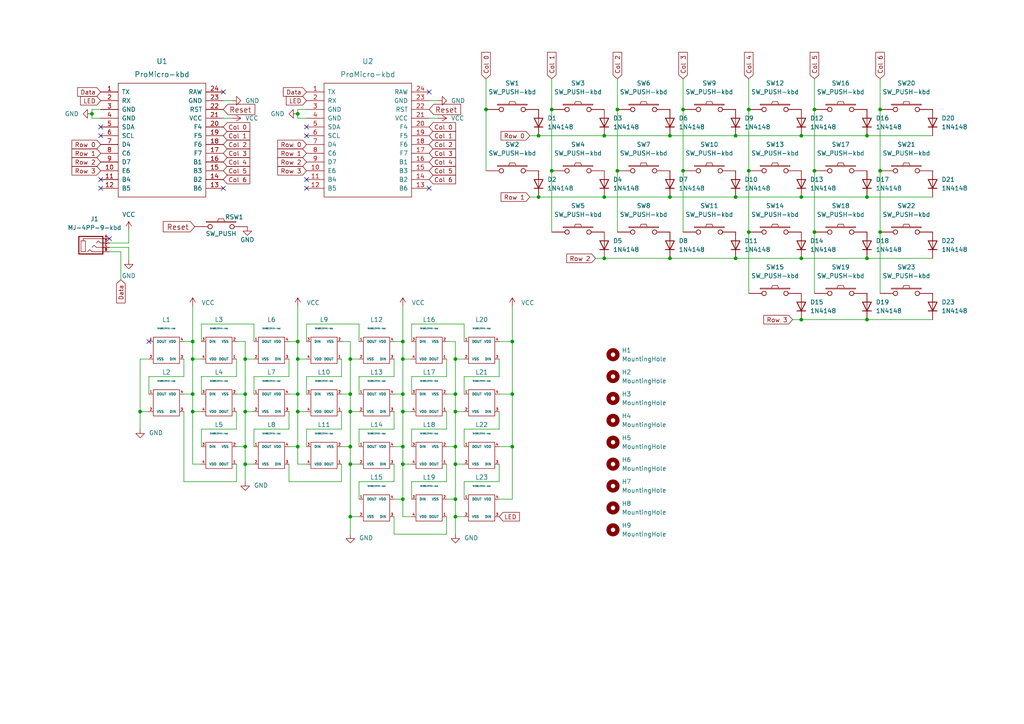
<source format=kicad_sch>
(kicad_sch (version 20211123) (generator eeschema)
  (paper "A4")
  (lib_symbols
    (symbol "Diode:1N4148" (pin_numbers hide) (pin_names (offset 1.016) hide)
      (property "Reference" "D" (at 0 2.54 0))
      (property "Value" "1N4148" (at 0 -2.54 0))
      (symbol "1N4148_1_1"
        (pin passive line (at -3.81 0 0) (length 2.54) (name "K") (number "1"))
        (pin passive line (at 3.81 0 180) (length 2.54) (name "A") (number "2"))
      )
    )
    (symbol "Keyboard:MJ-4PP-9-kbd" (pin_names (offset 1.016))
      (property "Reference" "J" (at 0 3.81 0))
      (property "Value" "MJ-4PP-9-kbd" (at 0 -3.81 0))
      (symbol "MJ-4PP-9-kbd_1_1"
        (pin input line (at 5.08 1.905 180) (length 2.0066) (name "~") (number "A"))
        (pin input line (at 5.08 -1.905 180) (length 2.0066) (name "~") (number "B"))
        (pin input line (at 5.08 -0.635 180) (length 2.0066) (name "~") (number "C"))
        (pin input line (at 5.08 0.635 180) (length 2.0066) (name "~") (number "D"))
      )
    )
    (symbol "Keyboard:ProMicro-kbd" (pin_names (offset 1.016))
      (property "Reference" "U" (at 0 24.13 0))
      (property "Value" "ProMicro-kbd" (at 0 -13.97 0))
      (symbol "ProMicro-kbd_1_1"
        (pin bidirectional line (at -17.78 19.05 0) (length 5.08) (name "TX") (number "1"))
        (pin bidirectional line (at -17.78 -3.81 0) (length 5.08) (name "E6") (number "10"))
        (pin bidirectional line (at -17.78 -6.35 0) (length 5.08) (name "B4") (number "11"))
        (pin bidirectional line (at -17.78 -8.89 0) (length 5.08) (name "B5") (number "12"))
        (pin bidirectional line (at 17.78 -8.89 180) (length 5.08) (name "B6") (number "13"))
        (pin bidirectional line (at 17.78 -6.35 180) (length 5.08) (name "B2") (number "14"))
        (pin bidirectional line (at 17.78 -3.81 180) (length 5.08) (name "B3") (number "15"))
        (pin bidirectional line (at 17.78 -1.27 180) (length 5.08) (name "B1") (number "16"))
        (pin bidirectional line (at 17.78 1.27 180) (length 5.08) (name "F7") (number "17"))
        (pin bidirectional line (at 17.78 3.81 180) (length 5.08) (name "F6") (number "18"))
        (pin bidirectional line (at 17.78 6.35 180) (length 5.08) (name "F5") (number "19"))
        (pin bidirectional line (at -17.78 16.51 0) (length 5.08) (name "RX") (number "2"))
        (pin bidirectional line (at 17.78 8.89 180) (length 5.08) (name "F4") (number "20"))
        (pin power_in line (at 17.78 11.43 180) (length 5.08) (name "VCC") (number "21"))
        (pin input line (at 17.78 13.97 180) (length 5.08) (name "RST") (number "22"))
        (pin power_in line (at 17.78 16.51 180) (length 5.08) (name "GND") (number "23"))
        (pin power_out line (at 17.78 19.05 180) (length 5.08) (name "RAW") (number "24"))
        (pin power_in line (at -17.78 13.97 0) (length 5.08) (name "GND") (number "3"))
        (pin power_in line (at -17.78 11.43 0) (length 5.08) (name "GND") (number "4"))
        (pin bidirectional line (at -17.78 8.89 0) (length 5.08) (name "SDA") (number "5"))
        (pin bidirectional line (at -17.78 6.35 0) (length 5.08) (name "SCL") (number "6"))
        (pin bidirectional line (at -17.78 3.81 0) (length 5.08) (name "D4") (number "7"))
        (pin bidirectional line (at -17.78 1.27 0) (length 5.08) (name "C6") (number "8"))
        (pin bidirectional line (at -17.78 -1.27 0) (length 5.08) (name "D7") (number "9"))
      )
    )
    (symbol "Keyboard:SK6812MINI-kbd" (pin_names (offset 1.016))
      (property "Reference" "L" (at 0 0 0))
      (property "Value" "SK6812MINI-kbd" (at 0 -1.27 0))
      (symbol "SK6812MINI-kbd_1_1"
        (pin output line (at -5.08 2.54 0) (length 1.1938) (name "DOUT") (number "1"))
        (pin power_in line (at -5.08 -2.54 0) (length 1.1938) (name "VSS") (number "2"))
        (pin input line (at 5.08 -2.54 180) (length 1.1938) (name "DIN") (number "3"))
        (pin power_in line (at 5.08 2.54 180) (length 1.1938) (name "VDD") (number "4"))
      )
    )
    (symbol "Keyboard:SW_PUSH-kbd" (pin_numbers hide) (pin_names (offset 1.016) hide)
      (property "Reference" "SW" (at 3.81 2.794 0))
      (property "Value" "SW_PUSH-kbd" (at 0 -2.032 0))
      (symbol "SW_PUSH-kbd_0_1"
        (pin passive inverted (at -7.62 0 0) (length 5.08) (name "1") (number "1"))
        (pin passive inverted (at 7.62 0 180) (length 5.08) (name "2") (number "2"))
      )
    )
    (symbol "Mechanical:MountingHole" (pin_names (offset 1.016))
      (property "Reference" "H" (at 0 5.08 0))
      (property "Value" "MountingHole" (at 0 3.175 0))
    )
    (symbol "kbd:SW_PUSH" (pin_numbers hide) (pin_names (offset 1.016) hide)
      (property "Reference" "SW" (at 3.81 2.794 0))
      (property "Value" "kbd_SW_PUSH" (at 0 -2.032 0))
      (symbol "SW_PUSH_0_1"
        (pin passive inverted (at -7.62 0 0) (length 5.08) (name "1") (number "1"))
        (pin passive inverted (at 7.62 0 180) (length 5.08) (name "2") (number "2"))
      )
    )
    (symbol "power:GND" (power) (pin_names (offset 0))
      (property "Value" "GND" (at 0 -3.81 0))
      (symbol "GND_1_1"
        (pin power_in line (at 0 0 270) (length 0) hide (name "GND") (number "1"))
      )
    )
    (symbol "power:VCC" (power) (pin_names (offset 0))
      (property "Value" "VCC" (at 0 3.81 0))
      (symbol "VCC_1_1"
        (pin power_in line (at 0 0 90) (length 0) hide (name "VCC") (number "1"))
      )
    )
  )
  (junction (at 217.17 67.31) (diameter 0.9144))
  (junction (at 251.46 92.71) (diameter 0.9144))
  (junction (at 160.02 31.75) (diameter 0.9144))
  (junction (at 213.36 39.37) (diameter 0.9144))
  (junction (at 86.36 129.54) (diameter 0.9144))
  (junction (at 71.12 119.38) (diameter 0.9144))
  (junction (at 86.36 114.3) (diameter 0.9144))
  (junction (at 132.08 119.38) (diameter 0.9144))
  (junction (at 55.88 99.06) (diameter 0.9144))
  (junction (at 71.12 129.54) (diameter 0.9144))
  (junction (at 86.36 104.14) (diameter 0.9144))
  (junction (at 116.84 119.38) (diameter 0.9144))
  (junction (at 116.84 144.78) (diameter 0.9144))
  (junction (at 255.27 67.31) (diameter 0.9144))
  (junction (at 217.17 49.53) (diameter 0.9144))
  (junction (at 101.6 104.14) (diameter 0.9144))
  (junction (at 101.6 149.86) (diameter 0.9144))
  (junction (at 198.12 49.53) (diameter 0.9144))
  (junction (at 251.46 39.37) (diameter 0.9144))
  (junction (at 194.31 39.37) (diameter 0.9144))
  (junction (at 179.07 31.75) (diameter 0.9144))
  (junction (at 156.21 39.37) (diameter 0.9144))
  (junction (at 116.84 129.54) (diameter 0.9144))
  (junction (at 55.88 104.14) (diameter 0.9144))
  (junction (at 213.36 57.15) (diameter 0.9144))
  (junction (at 101.6 119.38) (diameter 0.9144))
  (junction (at 148.59 114.3) (diameter 0.9144))
  (junction (at 236.22 67.31) (diameter 0.9144))
  (junction (at 236.22 31.75) (diameter 0.9144))
  (junction (at 132.08 149.86) (diameter 0.9144))
  (junction (at 198.12 31.75) (diameter 0.9144))
  (junction (at 175.26 74.93) (diameter 0.9144))
  (junction (at 255.27 49.53) (diameter 0.9144))
  (junction (at 175.26 57.15) (diameter 0.9144))
  (junction (at 71.12 114.3) (diameter 0.9144))
  (junction (at 40.64 119.38) (diameter 0.9144))
  (junction (at 116.84 114.3) (diameter 0.9144))
  (junction (at 148.59 99.06) (diameter 0.9144))
  (junction (at 116.84 99.06) (diameter 0.9144))
  (junction (at 148.59 129.54) (diameter 0.9144))
  (junction (at 132.08 129.54) (diameter 0.9144))
  (junction (at 86.36 33.02) (diameter 0.9144))
  (junction (at 71.12 104.14) (diameter 0.9144))
  (junction (at 194.31 74.93) (diameter 0.9144))
  (junction (at 251.46 57.15) (diameter 0.9144))
  (junction (at 116.84 104.14) (diameter 0.9144))
  (junction (at 132.08 114.3) (diameter 0.9144))
  (junction (at 86.36 99.06) (diameter 0.9144))
  (junction (at 101.6 114.3) (diameter 0.9144))
  (junction (at 132.08 104.14) (diameter 0.9144))
  (junction (at 232.41 57.15) (diameter 0.9144))
  (junction (at 101.6 134.62) (diameter 0.9144))
  (junction (at 232.41 92.71) (diameter 0.9144))
  (junction (at 160.02 49.53) (diameter 0.9144))
  (junction (at 101.6 129.54) (diameter 0.9144))
  (junction (at 26.67 33.02) (diameter 0.9144))
  (junction (at 194.31 57.15) (diameter 0.9144))
  (junction (at 236.22 49.53) (diameter 0.9144))
  (junction (at 251.46 74.93) (diameter 0.9144))
  (junction (at 179.07 49.53) (diameter 0.9144))
  (junction (at 132.08 144.78) (diameter 0.9144))
  (junction (at 232.41 74.93) (diameter 0.9144))
  (junction (at 116.84 134.62) (diameter 0.9144))
  (junction (at 255.27 31.75) (diameter 0.9144))
  (junction (at 140.97 31.75) (diameter 0.9144))
  (junction (at 213.36 74.93) (diameter 0.9144))
  (junction (at 71.12 134.62) (diameter 0.9144))
  (junction (at 132.08 134.62) (diameter 0.9144))
  (junction (at 156.21 57.15) (diameter 0.9144))
  (junction (at 175.26 39.37) (diameter 0.9144))
  (junction (at 232.41 39.37) (diameter 0.9144))
  (junction (at 217.17 31.75) (diameter 0.9144))
  (junction (at 55.88 114.3) (diameter 0.9144))
  (junction (at 55.88 119.38) (diameter 0.9144))
  (junction (at 86.36 119.38) (diameter 0.9144))
  (no_connect (at 43.18 99.06))
  (no_connect (at 88.9 54.61))
  (no_connect (at 88.9 36.83))
  (no_connect (at 31.75 69.215))
  (no_connect (at 124.46 54.61))
  (no_connect (at 124.46 26.67))
  (no_connect (at 88.9 52.07))
  (no_connect (at 29.21 36.83))
  (no_connect (at 29.21 39.37))
  (no_connect (at 64.77 26.67))
  (no_connect (at 64.77 54.61))
  (no_connect (at 88.9 39.37))
  (no_connect (at 29.21 52.07))
  (no_connect (at 29.21 54.61))
  (wire (pts (xy 140.97 22.86) (xy 140.97 31.75)))
  (wire (pts (xy 37.338 75.438) (xy 37.338 71.755)))
  (wire (pts (xy 99.06 114.3) (xy 101.6 114.3)))
  (wire (pts (xy 86.36 34.29) (xy 86.36 33.02)))
  (wire (pts (xy 101.6 99.06) (xy 101.6 104.14)))
  (wire (pts (xy 101.6 104.14) (xy 101.6 114.3)))
  (wire (pts (xy 101.6 114.3) (xy 101.6 119.38)))
  (wire (pts (xy 101.6 119.38) (xy 101.6 129.54)))
  (wire (pts (xy 101.6 129.54) (xy 101.6 134.62)))
  (wire (pts (xy 101.6 134.62) (xy 101.6 149.86)))
  (wire (pts (xy 101.6 149.86) (xy 101.6 154.94)))
  (wire (pts (xy 236.22 49.53) (xy 236.22 67.31)))
  (wire (pts (xy 43.18 109.22) (xy 53.34 109.22)))
  (wire (pts (xy 43.18 114.3) (xy 43.18 109.22)))
  (wire (pts (xy 53.34 104.14) (xy 53.34 109.22)))
  (wire (pts (xy 64.77 29.21) (xy 67.31 29.21)))
  (wire (pts (xy 88.9 34.29) (xy 86.36 34.29)))
  (wire (pts (xy 53.34 139.7) (xy 53.34 119.38)))
  (wire (pts (xy 68.58 134.62) (xy 68.58 139.7)))
  (wire (pts (xy 68.58 139.7) (xy 53.34 139.7)))
  (wire (pts (xy 144.78 99.06) (xy 148.59 99.06)))
  (wire (pts (xy 101.6 149.86) (xy 104.14 149.86)))
  (wire (pts (xy 114.3 144.78) (xy 116.84 144.78)))
  (wire (pts (xy 26.67 31.75) (xy 29.21 31.75)))
  (wire (pts (xy 26.67 33.02) (xy 26.67 31.75)))
  (wire (pts (xy 26.67 34.29) (xy 26.67 33.02)))
  (wire (pts (xy 29.21 34.29) (xy 26.67 34.29)))
  (wire (pts (xy 179.07 31.75) (xy 179.07 49.53)))
  (wire (pts (xy 153.67 39.37) (xy 156.21 39.37)))
  (wire (pts (xy 73.66 109.22) (xy 83.82 109.22)))
  (wire (pts (xy 73.66 114.3) (xy 73.66 109.22)))
  (wire (pts (xy 83.82 109.22) (xy 83.82 104.14)))
  (wire (pts (xy 116.84 104.14) (xy 119.38 104.14)))
  (wire (pts (xy 194.31 57.15) (xy 213.36 57.15)))
  (wire (pts (xy 160.02 22.86) (xy 160.02 31.75)))
  (wire (pts (xy 144.78 129.54) (xy 148.59 129.54)))
  (wire (pts (xy 229.87 92.71) (xy 232.41 92.71)))
  (wire (pts (xy 83.82 114.3) (xy 86.36 114.3)))
  (wire (pts (xy 119.38 139.7) (xy 119.38 144.78)))
  (wire (pts (xy 129.54 134.62) (xy 129.54 139.7)))
  (wire (pts (xy 129.54 139.7) (xy 119.38 139.7)))
  (wire (pts (xy 194.31 74.93) (xy 213.36 74.93)))
  (wire (pts (xy 40.64 104.14) (xy 40.64 119.38)))
  (wire (pts (xy 40.64 119.38) (xy 40.64 124.46)))
  (wire (pts (xy 43.18 104.14) (xy 40.64 104.14)))
  (wire (pts (xy 255.27 49.53) (xy 255.27 67.31)))
  (wire (pts (xy 213.36 74.93) (xy 232.41 74.93)))
  (wire (pts (xy 37.338 66.802) (xy 37.338 70.485)))
  (wire (pts (xy 114.3 114.3) (xy 116.84 114.3)))
  (wire (pts (xy 232.41 92.71) (xy 251.46 92.71)))
  (wire (pts (xy 236.22 67.31) (xy 236.22 85.09)))
  (wire (pts (xy 86.36 31.75) (xy 88.9 31.75)))
  (wire (pts (xy 55.88 119.38) (xy 55.88 134.62)))
  (wire (pts (xy 31.75 70.485) (xy 37.338 70.485)))
  (wire (pts (xy 144.78 144.78) (xy 148.59 144.78)))
  (wire (pts (xy 148.59 88.9) (xy 148.59 99.06)))
  (wire (pts (xy 148.59 99.06) (xy 148.59 114.3)))
  (wire (pts (xy 148.59 114.3) (xy 148.59 129.54)))
  (wire (pts (xy 148.59 129.54) (xy 148.59 144.78)))
  (wire (pts (xy 86.36 88.9) (xy 86.36 99.06)))
  (wire (pts (xy 86.36 99.06) (xy 86.36 104.14)))
  (wire (pts (xy 86.36 104.14) (xy 86.36 114.3)))
  (wire (pts (xy 86.36 114.3) (xy 86.36 119.38)))
  (wire (pts (xy 86.36 119.38) (xy 86.36 129.54)))
  (wire (pts (xy 86.36 129.54) (xy 86.36 134.62)))
  (wire (pts (xy 88.9 134.62) (xy 86.36 134.62)))
  (wire (pts (xy 175.26 57.15) (xy 194.31 57.15)))
  (wire (pts (xy 40.64 119.38) (xy 43.18 119.38)))
  (wire (pts (xy 129.54 114.3) (xy 132.08 114.3)))
  (wire (pts (xy 104.14 109.22) (xy 114.3 109.22)))
  (wire (pts (xy 104.14 114.3) (xy 104.14 109.22)))
  (wire (pts (xy 114.3 109.22) (xy 114.3 104.14)))
  (wire (pts (xy 119.38 93.98) (xy 119.38 99.06)))
  (wire (pts (xy 134.62 93.98) (xy 119.38 93.98)))
  (wire (pts (xy 134.62 99.06) (xy 134.62 93.98)))
  (wire (pts (xy 86.36 104.14) (xy 88.9 104.14)))
  (wire (pts (xy 88.9 124.46) (xy 88.9 129.54)))
  (wire (pts (xy 99.06 119.38) (xy 99.06 124.46)))
  (wire (pts (xy 99.06 124.46) (xy 88.9 124.46)))
  (wire (pts (xy 114.3 99.06) (xy 116.84 99.06)))
  (wire (pts (xy 58.42 109.22) (xy 58.42 114.3)))
  (wire (pts (xy 68.58 104.14) (xy 68.58 109.22)))
  (wire (pts (xy 68.58 109.22) (xy 58.42 109.22)))
  (wire (pts (xy 236.22 31.75) (xy 236.22 49.53)))
  (wire (pts (xy 217.17 67.31) (xy 217.17 85.09)))
  (wire (pts (xy 71.12 119.38) (xy 73.66 119.38)))
  (wire (pts (xy 251.46 74.93) (xy 270.51 74.93)))
  (wire (pts (xy 104.14 139.7) (xy 114.3 139.7)))
  (wire (pts (xy 104.14 144.78) (xy 104.14 139.7)))
  (wire (pts (xy 114.3 139.7) (xy 114.3 134.62)))
  (wire (pts (xy 83.82 139.7) (xy 83.82 134.62)))
  (wire (pts (xy 99.06 134.62) (xy 99.06 139.7)))
  (wire (pts (xy 99.06 139.7) (xy 83.82 139.7)))
  (wire (pts (xy 68.58 129.54) (xy 71.12 129.54)))
  (wire (pts (xy 55.88 134.62) (xy 58.42 134.62)))
  (wire (pts (xy 134.62 109.22) (xy 144.78 109.22)))
  (wire (pts (xy 134.62 114.3) (xy 134.62 109.22)))
  (wire (pts (xy 144.78 109.22) (xy 144.78 104.14)))
  (wire (pts (xy 217.17 31.75) (xy 217.17 49.53)))
  (wire (pts (xy 232.41 74.93) (xy 251.46 74.93)))
  (wire (pts (xy 129.54 144.78) (xy 132.08 144.78)))
  (wire (pts (xy 213.36 57.15) (xy 232.41 57.15)))
  (wire (pts (xy 160.02 49.53) (xy 160.02 67.31)))
  (wire (pts (xy 31.75 73.025) (xy 35.052 73.025)))
  (wire (pts (xy 35.052 73.025) (xy 35.052 81.153)))
  (wire (pts (xy 101.6 119.38) (xy 104.14 119.38)))
  (wire (pts (xy 86.36 119.38) (xy 88.9 119.38)))
  (wire (pts (xy 116.84 88.9) (xy 116.84 99.06)))
  (wire (pts (xy 116.84 99.06) (xy 116.84 104.14)))
  (wire (pts (xy 116.84 104.14) (xy 116.84 114.3)))
  (wire (pts (xy 116.84 114.3) (xy 116.84 119.38)))
  (wire (pts (xy 116.84 119.38) (xy 116.84 129.54)))
  (wire (pts (xy 116.84 129.54) (xy 116.84 134.62)))
  (wire (pts (xy 116.84 134.62) (xy 116.84 144.78)))
  (wire (pts (xy 116.84 144.78) (xy 116.84 149.86)))
  (wire (pts (xy 119.38 149.86) (xy 116.84 149.86)))
  (wire (pts (xy 156.21 39.37) (xy 175.26 39.37)))
  (wire (pts (xy 116.84 134.62) (xy 119.38 134.62)))
  (wire (pts (xy 71.12 104.14) (xy 73.66 104.14)))
  (wire (pts (xy 88.9 93.98) (xy 88.9 99.06)))
  (wire (pts (xy 104.14 93.98) (xy 88.9 93.98)))
  (wire (pts (xy 104.14 99.06) (xy 104.14 93.98)))
  (wire (pts (xy 198.12 31.75) (xy 198.12 49.53)))
  (wire (pts (xy 198.12 49.53) (xy 198.12 67.31)))
  (wire (pts (xy 251.46 57.15) (xy 270.51 57.15)))
  (wire (pts (xy 129.54 129.54) (xy 132.08 129.54)))
  (wire (pts (xy 179.07 49.53) (xy 179.07 67.31)))
  (wire (pts (xy 55.88 88.9) (xy 55.88 99.06)))
  (wire (pts (xy 55.88 99.06) (xy 55.88 104.14)))
  (wire (pts (xy 55.88 104.14) (xy 55.88 114.3)))
  (wire (pts (xy 55.88 114.3) (xy 55.88 119.38)))
  (wire (pts (xy 58.42 119.38) (xy 55.88 119.38)))
  (wire (pts (xy 114.3 154.94) (xy 114.3 149.86)))
  (wire (pts (xy 129.54 149.86) (xy 129.54 154.94)))
  (wire (pts (xy 129.54 154.94) (xy 114.3 154.94)))
  (wire (pts (xy 124.46 34.29) (xy 127 34.29)))
  (wire (pts (xy 99.06 99.06) (xy 101.6 99.06)))
  (wire (pts (xy 124.46 29.21) (xy 127 29.21)))
  (wire (pts (xy 236.22 22.86) (xy 236.22 31.75)))
  (wire (pts (xy 172.72 74.93) (xy 175.26 74.93)))
  (wire (pts (xy 31.75 71.755) (xy 37.338 71.755)))
  (wire (pts (xy 86.36 33.02) (xy 86.36 31.75)))
  (wire (pts (xy 132.08 149.86) (xy 134.62 149.86)))
  (wire (pts (xy 251.46 39.37) (xy 270.51 39.37)))
  (wire (pts (xy 83.82 99.06) (xy 86.36 99.06)))
  (wire (pts (xy 83.82 129.54) (xy 86.36 129.54)))
  (wire (pts (xy 255.27 22.86) (xy 255.27 31.75)))
  (wire (pts (xy 255.27 31.75) (xy 255.27 49.53)))
  (wire (pts (xy 116.84 119.38) (xy 119.38 119.38)))
  (wire (pts (xy 217.17 49.53) (xy 217.17 67.31)))
  (wire (pts (xy 55.88 104.14) (xy 58.42 104.14)))
  (wire (pts (xy 58.42 93.98) (xy 58.42 99.06)))
  (wire (pts (xy 73.66 93.98) (xy 58.42 93.98)))
  (wire (pts (xy 73.66 99.06) (xy 73.66 93.98)))
  (wire (pts (xy 119.38 124.46) (xy 119.38 129.54)))
  (wire (pts (xy 129.54 119.38) (xy 129.54 124.46)))
  (wire (pts (xy 129.54 124.46) (xy 119.38 124.46)))
  (wire (pts (xy 101.6 104.14) (xy 104.14 104.14)))
  (wire (pts (xy 140.97 31.75) (xy 140.97 49.53)))
  (wire (pts (xy 58.42 124.46) (xy 58.42 129.54)))
  (wire (pts (xy 68.58 119.38) (xy 68.58 124.46)))
  (wire (pts (xy 68.58 124.46) (xy 58.42 124.46)))
  (wire (pts (xy 175.26 39.37) (xy 194.31 39.37)))
  (wire (pts (xy 129.54 99.06) (xy 132.08 99.06)))
  (wire (pts (xy 132.08 99.06) (xy 132.08 104.14)))
  (wire (pts (xy 132.08 104.14) (xy 132.08 114.3)))
  (wire (pts (xy 132.08 114.3) (xy 132.08 119.38)))
  (wire (pts (xy 132.08 119.38) (xy 132.08 129.54)))
  (wire (pts (xy 132.08 129.54) (xy 132.08 134.62)))
  (wire (pts (xy 132.08 134.62) (xy 132.08 144.78)))
  (wire (pts (xy 132.08 144.78) (xy 132.08 149.86)))
  (wire (pts (xy 132.08 149.86) (xy 132.08 154.94)))
  (wire (pts (xy 132.08 104.14) (xy 134.62 104.14)))
  (wire (pts (xy 114.3 129.54) (xy 116.84 129.54)))
  (wire (pts (xy 217.17 22.86) (xy 217.17 31.75)))
  (wire (pts (xy 132.08 119.38) (xy 134.62 119.38)))
  (wire (pts (xy 134.62 124.46) (xy 144.78 124.46)))
  (wire (pts (xy 134.62 129.54) (xy 134.62 124.46)))
  (wire (pts (xy 144.78 124.46) (xy 144.78 119.38)))
  (wire (pts (xy 251.46 92.71) (xy 270.51 92.71)))
  (wire (pts (xy 132.08 134.62) (xy 134.62 134.62)))
  (wire (pts (xy 160.02 31.75) (xy 160.02 49.53)))
  (wire (pts (xy 153.67 57.15) (xy 156.21 57.15)))
  (wire (pts (xy 134.62 139.7) (xy 144.78 139.7)))
  (wire (pts (xy 134.62 144.78) (xy 134.62 139.7)))
  (wire (pts (xy 144.78 139.7) (xy 144.78 134.62)))
  (wire (pts (xy 232.41 39.37) (xy 251.46 39.37)))
  (wire (pts (xy 53.34 114.3) (xy 55.88 114.3)))
  (wire (pts (xy 53.34 99.06) (xy 55.88 99.06)))
  (wire (pts (xy 73.66 124.46) (xy 83.82 124.46)))
  (wire (pts (xy 73.66 129.54) (xy 73.66 124.46)))
  (wire (pts (xy 83.82 124.46) (xy 83.82 119.38)))
  (wire (pts (xy 71.12 134.62) (xy 73.66 134.62)))
  (wire (pts (xy 119.38 109.22) (xy 119.38 114.3)))
  (wire (pts (xy 129.54 104.14) (xy 129.54 109.22)))
  (wire (pts (xy 129.54 109.22) (xy 119.38 109.22)))
  (wire (pts (xy 68.58 99.06) (xy 71.12 99.06)))
  (wire (pts (xy 71.12 99.06) (xy 71.12 104.14)))
  (wire (pts (xy 71.12 104.14) (xy 71.12 114.3)))
  (wire (pts (xy 71.12 114.3) (xy 71.12 119.38)))
  (wire (pts (xy 71.12 119.38) (xy 71.12 129.54)))
  (wire (pts (xy 71.12 129.54) (xy 71.12 134.62)))
  (wire (pts (xy 71.12 134.62) (xy 71.12 139.7)))
  (wire (pts (xy 232.41 57.15) (xy 251.46 57.15)))
  (wire (pts (xy 88.9 109.22) (xy 88.9 114.3)))
  (wire (pts (xy 99.06 104.14) (xy 99.06 109.22)))
  (wire (pts (xy 99.06 109.22) (xy 88.9 109.22)))
  (wire (pts (xy 194.31 39.37) (xy 213.36 39.37)))
  (wire (pts (xy 64.77 34.29) (xy 67.31 34.29)))
  (wire (pts (xy 68.58 114.3) (xy 71.12 114.3)))
  (wire (pts (xy 255.27 67.31) (xy 255.27 85.09)))
  (wire (pts (xy 144.78 114.3) (xy 148.59 114.3)))
  (wire (pts (xy 99.06 129.54) (xy 101.6 129.54)))
  (wire (pts (xy 179.07 22.86) (xy 179.07 31.75)))
  (wire (pts (xy 198.12 22.86) (xy 198.12 31.75)))
  (wire (pts (xy 156.21 57.15) (xy 175.26 57.15)))
  (wire (pts (xy 213.36 39.37) (xy 232.41 39.37)))
  (wire (pts (xy 104.14 124.46) (xy 114.3 124.46)))
  (wire (pts (xy 104.14 129.54) (xy 104.14 124.46)))
  (wire (pts (xy 114.3 124.46) (xy 114.3 119.38)))
  (wire (pts (xy 101.6 134.62) (xy 104.14 134.62)))
  (wire (pts (xy 175.26 74.93) (xy 194.31 74.93)))
  (global_label "LED" (shape input) (at 144.78 149.86 0) (property "Intersheet References" "${INTERSHEET_REFS}" (effects hide)))
  (global_label "Reset" (shape input) (at 56.4976 65.7478 180) (effects (font (size 1.524 1.524))) (property "Intersheet References" "${INTERSHEET_REFS}" (effects hide)))
  (global_label "Reset" (shape input) (at 64.77 31.75 0) (effects (font (size 1.524 1.524))) (property "Intersheet References" "${INTERSHEET_REFS}" (effects hide)))
  (global_label "Data" (shape input) (at 29.21 26.67 180) (property "Intersheet References" "${INTERSHEET_REFS}" (effects hide)))
  (global_label "Row 2" (shape input) (at 88.9 46.99 180) (property "Intersheet References" "${INTERSHEET_REFS}" (effects hide)))
  (global_label "Col 1" (shape input) (at 160.02 22.86 90) (property "Intersheet References" "${INTERSHEET_REFS}" (effects hide)))
  (global_label "Col 6" (shape input) (at 64.77 52.07 0) (property "Intersheet References" "${INTERSHEET_REFS}" (effects hide)))
  (global_label "Col 0" (shape input) (at 124.46 36.83 0) (property "Intersheet References" "${INTERSHEET_REFS}" (effects hide)))
  (global_label "Col 5" (shape input) (at 124.46 49.53 0) (property "Intersheet References" "${INTERSHEET_REFS}" (effects hide)))
  (global_label "Reset" (shape input) (at 124.46 31.75 0) (effects (font (size 1.524 1.524))) (property "Intersheet References" "${INTERSHEET_REFS}" (effects hide)))
  (global_label "Col 2" (shape input) (at 124.46 41.91 0) (property "Intersheet References" "${INTERSHEET_REFS}" (effects hide)))
  (global_label "LED" (shape input) (at 29.21 29.21 180) (property "Intersheet References" "${INTERSHEET_REFS}" (effects hide)))
  (global_label "Row 1" (shape input) (at 29.21 44.45 180) (property "Intersheet References" "${INTERSHEET_REFS}" (effects hide)))
  (global_label "Col 1" (shape input) (at 64.77 39.37 0) (property "Intersheet References" "${INTERSHEET_REFS}" (effects hide)))
  (global_label "Col 0" (shape input) (at 64.77 36.83 0) (property "Intersheet References" "${INTERSHEET_REFS}" (effects hide)))
  (global_label "Col 2" (shape input) (at 179.07 22.86 90) (property "Intersheet References" "${INTERSHEET_REFS}" (effects hide)))
  (global_label "Data" (shape input) (at 35.052 81.153 270) (property "Intersheet References" "${INTERSHEET_REFS}" (effects hide)))
  (global_label "Data" (shape input) (at 88.9 26.67 180) (property "Intersheet References" "${INTERSHEET_REFS}" (effects hide)))
  (global_label "Col 5" (shape input) (at 64.77 49.53 0) (property "Intersheet References" "${INTERSHEET_REFS}" (effects hide)))
  (global_label "Row 3" (shape input) (at 88.9 49.53 180) (property "Intersheet References" "${INTERSHEET_REFS}" (effects hide)))
  (global_label "Row 2" (shape input) (at 172.72 74.93 180) (property "Intersheet References" "${INTERSHEET_REFS}" (effects hide)))
  (global_label "Col 6" (shape input) (at 255.27 22.86 90) (property "Intersheet References" "${INTERSHEET_REFS}" (effects hide)))
  (global_label "Row 1" (shape input) (at 153.67 57.15 180) (property "Intersheet References" "${INTERSHEET_REFS}" (effects hide)))
  (global_label "LED" (shape input) (at 88.9 29.21 180) (property "Intersheet References" "${INTERSHEET_REFS}" (effects hide)))
  (global_label "Row 0" (shape input) (at 153.67 39.37 180) (property "Intersheet References" "${INTERSHEET_REFS}" (effects hide)))
  (global_label "Col 3" (shape input) (at 124.46 44.45 0) (property "Intersheet References" "${INTERSHEET_REFS}" (effects hide)))
  (global_label "Row 0" (shape input) (at 29.21 41.91 180) (property "Intersheet References" "${INTERSHEET_REFS}" (effects hide)))
  (global_label "Col 4" (shape input) (at 217.17 22.86 90) (property "Intersheet References" "${INTERSHEET_REFS}" (effects hide)))
  (global_label "Col 3" (shape input) (at 64.77 44.45 0) (property "Intersheet References" "${INTERSHEET_REFS}" (effects hide)))
  (global_label "Col 1" (shape input) (at 124.46 39.37 0) (property "Intersheet References" "${INTERSHEET_REFS}" (effects hide)))
  (global_label "Col 5" (shape input) (at 236.22 22.86 90) (property "Intersheet References" "${INTERSHEET_REFS}" (effects hide)))
  (global_label "Col 4" (shape input) (at 124.46 46.99 0) (property "Intersheet References" "${INTERSHEET_REFS}" (effects hide)))
  (global_label "Row 1" (shape input) (at 88.9 44.45 180) (property "Intersheet References" "${INTERSHEET_REFS}" (effects hide)))
  (global_label "Row 0" (shape input) (at 88.9 41.91 180) (property "Intersheet References" "${INTERSHEET_REFS}" (effects hide)))
  (global_label "Col 6" (shape input) (at 124.46 52.07 0) (property "Intersheet References" "${INTERSHEET_REFS}" (effects hide)))
  (global_label "Col 0" (shape input) (at 140.97 22.86 90) (property "Intersheet References" "${INTERSHEET_REFS}" (effects hide)))
  (global_label "Col 3" (shape input) (at 198.12 22.86 90) (property "Intersheet References" "${INTERSHEET_REFS}" (effects hide)))
  (global_label "Row 3" (shape input) (at 29.21 49.53 180) (property "Intersheet References" "${INTERSHEET_REFS}" (effects hide)))
  (global_label "Row 3" (shape input) (at 229.87 92.71 180) (property "Intersheet References" "${INTERSHEET_REFS}" (effects hide)))
  (global_label "Col 2" (shape input) (at 64.77 41.91 0) (property "Intersheet References" "${INTERSHEET_REFS}" (effects hide)))
  (global_label "Row 2" (shape input) (at 29.21 46.99 180) (property "Intersheet References" "${INTERSHEET_REFS}" (effects hide)))
  (global_label "Col 4" (shape input) (at 64.77 46.99 0) (property "Intersheet References" "${INTERSHEET_REFS}" (effects hide)))
  (symbol (lib_id "Diode:1N4148") (at 251.46 53.34 90) (unit 1)
    (property "Reference" "D17" (at 254 52.0699 90) (effects (justify right)))
    (property "Value" "1N4148" (at 254 54.6099 90) (effects (justify right)))
    (property "Footprint" "kbd:D3_TH_SMD" (effects hide))
    (property "Datasheet" "https://assets.nexperia.com/documents/data-sheet/1N4148_1N4448.pdf" (effects hide))
  )
  (symbol (lib_id "Diode:1N4148") (at 175.26 71.12 90) (unit 1)
    (property "Reference" "D5" (at 177.8 69.8499 90) (effects (justify right)))
    (property "Value" "1N4148" (at 177.8 72.3899 90) (effects (justify right)))
    (property "Footprint" "kbd:D3_TH_SMD" (effects hide))
    (property "Datasheet" "https://assets.nexperia.com/documents/data-sheet/1N4148_1N4448.pdf" (effects hide))
  )
  (symbol (lib_id "Mechanical:MountingHole") (at 177.8 134.62 0) (unit 1)
    (property "Reference" "H6" (at 180.34 133.3499 0) (effects (justify left)))
    (property "Value" "MountingHole" (at 180.34 135.8899 0) (effects (justify left)))
    (property "Footprint" "kbd:M2_Hole_TH_Outside" (effects hide))
  )
  (symbol (lib_id "Keyboard:SK6812MINI-kbd") (at 109.22 101.6 0) (unit 1)
    (property "Reference" "L12" (at 109.22 92.71 0) (effects (font (size 1.2954 1.2954))))
    (property "Value" "SK6812MINI-kbd" (at 109.22 95.25 0) (effects (font (size 0.4064 0.4064))))
    (property "Footprint" "kbd:SK6812MINI_rev" (effects hide))
  )
  (symbol (lib_id "Keyboard:SK6812MINI-kbd") (at 63.5 101.6 180) (unit 1)
    (property "Reference" "L3" (at 63.5 92.71 0) (effects (font (size 1.2954 1.2954))))
    (property "Value" "SK6812MINI-kbd" (at 63.5 95.25 0) (effects (font (size 0.4064 0.4064))))
    (property "Footprint" "kbd:SK6812MINI_rev" (effects hide))
  )
  (symbol (lib_id "Keyboard:SW_PUSH-kbd") (at 243.84 49.53 0) (unit 1)
    (property "Reference" "SW17" (at 243.84 41.91 0))
    (property "Value" "SW_PUSH-kbd" (at 243.84 44.45 0))
    (property "Footprint" "kbd:MX_ALPS_PG1350_noLed" (effects hide))
  )
  (symbol (lib_id "Keyboard:SK6812MINI-kbd") (at 63.5 132.08 180) (unit 1)
    (property "Reference" "L5" (at 63.5 123.19 0) (effects (font (size 1.2954 1.2954))))
    (property "Value" "SK6812MINI-kbd" (at 63.5 125.73 0) (effects (font (size 0.4064 0.4064))))
    (property "Footprint" "kbd:SK6812MINI_rev" (effects hide))
  )
  (symbol (lib_id "Keyboard:SK6812MINI-kbd") (at 109.22 132.08 0) (unit 1)
    (property "Reference" "L14" (at 109.22 123.19 0) (effects (font (size 1.2954 1.2954))))
    (property "Value" "SK6812MINI-kbd" (at 109.22 125.73 0) (effects (font (size 0.4064 0.4064))))
    (property "Footprint" "kbd:SK6812MINI_rev" (effects hide))
  )
  (symbol (lib_id "Keyboard:SW_PUSH-kbd") (at 224.79 31.75 0) (unit 1)
    (property "Reference" "SW12" (at 224.79 24.13 0))
    (property "Value" "SW_PUSH-kbd" (at 224.79 26.67 0))
    (property "Footprint" "kbd:MX_ALPS_PG1350_noLed" (effects hide))
  )
  (symbol (lib_id "power:VCC") (at 116.84 88.9 0) (unit 1)
    (property "Reference" "#PWR0110" (effects hide))
    (property "Value" "VCC" (at 119.38 87.8204 0) (effects (justify left)))
  )
  (symbol (lib_id "Keyboard:SW_PUSH-kbd") (at 167.64 31.75 0) (unit 1)
    (property "Reference" "SW3" (at 167.64 24.13 0))
    (property "Value" "SW_PUSH-kbd" (at 167.64 26.67 0))
    (property "Footprint" "kbd:MX_ALPS_PG1350_noLed" (effects hide))
  )
  (symbol (lib_id "power:GND") (at 132.08 154.94 0) (unit 1)
    (property "Reference" "#PWR0115" (effects hide))
    (property "Value" "GND" (at 134.62 156.0194 0) (effects (justify left)))
  )
  (symbol (lib_id "Diode:1N4148") (at 194.31 35.56 90) (unit 1)
    (property "Reference" "D6" (at 196.85 34.2899 90) (effects (justify right)))
    (property "Value" "1N4148" (at 196.85 36.8299 90) (effects (justify right)))
    (property "Footprint" "kbd:D3_TH_SMD" (effects hide))
    (property "Datasheet" "https://assets.nexperia.com/documents/data-sheet/1N4148_1N4448.pdf" (effects hide))
  )
  (symbol (lib_id "power:GND") (at 86.36 33.02 270) (unit 1)
    (property "Reference" "#PWR0117" (effects hide))
    (property "Value" "GND" (at 82.55 33.0199 90) (effects (justify right)))
  )
  (symbol (lib_id "Keyboard:SW_PUSH-kbd") (at 262.89 67.31 0) (unit 1)
    (property "Reference" "SW22" (at 262.89 59.69 0))
    (property "Value" "SW_PUSH-kbd" (at 262.89 62.23 0))
    (property "Footprint" "kbd:MX_ALPS_PG1350_noLed" (effects hide))
  )
  (symbol (lib_id "Mechanical:MountingHole") (at 177.8 147.32 0) (unit 1)
    (property "Reference" "H8" (at 180.34 146.0499 0) (effects (justify left)))
    (property "Value" "MountingHole" (at 180.34 148.5899 0) (effects (justify left)))
    (property "Footprint" "kbd:M2_Hole_TH_Outside" (effects hide))
  )
  (symbol (lib_id "Mechanical:MountingHole") (at 177.8 128.27 0) (unit 1)
    (property "Reference" "H5" (at 180.34 126.9999 0) (effects (justify left)))
    (property "Value" "MountingHole" (at 180.34 129.5399 0) (effects (justify left)))
    (property "Footprint" "kbd:M2_Hole_TH_Outside" (effects hide))
  )
  (symbol (lib_id "Keyboard:SW_PUSH-kbd") (at 224.79 49.53 0) (unit 1)
    (property "Reference" "SW13" (at 224.79 41.91 0))
    (property "Value" "SW_PUSH-kbd" (at 224.79 44.45 0))
    (property "Footprint" "kbd:MX_ALPS_PG1350_noLed" (effects hide))
  )
  (symbol (lib_id "Diode:1N4148") (at 156.21 53.34 90) (unit 1)
    (property "Reference" "D2" (at 158.75 52.0699 90) (effects (justify right)))
    (property "Value" "1N4148" (at 158.75 54.6099 90) (effects (justify right)))
    (property "Footprint" "kbd:D3_TH_SMD" (effects hide))
    (property "Datasheet" "https://assets.nexperia.com/documents/data-sheet/1N4148_1N4448.pdf" (effects hide))
  )
  (symbol (lib_id "Diode:1N4148") (at 194.31 71.12 90) (unit 1)
    (property "Reference" "D8" (at 196.85 69.8499 90) (effects (justify right)))
    (property "Value" "1N4148" (at 196.85 72.3899 90) (effects (justify right)))
    (property "Footprint" "kbd:D3_TH_SMD" (effects hide))
    (property "Datasheet" "https://assets.nexperia.com/documents/data-sheet/1N4148_1N4448.pdf" (effects hide))
  )
  (symbol (lib_id "Keyboard:SK6812MINI-kbd") (at 139.7 101.6 0) (unit 1)
    (property "Reference" "L20" (at 139.7 92.71 0) (effects (font (size 1.2954 1.2954))))
    (property "Value" "SK6812MINI-kbd" (at 139.7 95.25 0) (effects (font (size 0.4064 0.4064))))
    (property "Footprint" "kbd:SK6812MINI_rev" (effects hide))
  )
  (symbol (lib_id "power:GND") (at 26.67 33.02 270) (unit 1)
    (property "Reference" "#PWR0104" (effects hide))
    (property "Value" "GND" (at 22.86 33.0199 90) (effects (justify right)))
  )
  (symbol (lib_id "Keyboard:SK6812MINI-kbd") (at 124.46 116.84 180) (unit 1)
    (property "Reference" "L17" (at 124.46 107.95 0) (effects (font (size 1.2954 1.2954))))
    (property "Value" "SK6812MINI-kbd" (at 124.46 110.49 0) (effects (font (size 0.4064 0.4064))))
    (property "Footprint" "kbd:SK6812MINI_rev" (effects hide))
  )
  (symbol (lib_id "Keyboard:SK6812MINI-kbd") (at 124.46 147.32 180) (unit 1)
    (property "Reference" "L19" (at 124.46 138.43 0) (effects (font (size 1.2954 1.2954))))
    (property "Value" "SK6812MINI-kbd" (at 124.46 140.97 0) (effects (font (size 0.4064 0.4064))))
    (property "Footprint" "kbd:SK6812MINI_rev" (effects hide))
  )
  (symbol (lib_id "Keyboard:SK6812MINI-kbd") (at 93.98 116.84 180) (unit 1)
    (property "Reference" "L10" (at 93.98 107.95 0) (effects (font (size 1.2954 1.2954))))
    (property "Value" "SK6812MINI-kbd" (at 93.98 110.49 0) (effects (font (size 0.4064 0.4064))))
    (property "Footprint" "kbd:SK6812MINI_rev" (effects hide))
  )
  (symbol (lib_id "Keyboard:SW_PUSH-kbd") (at 186.69 31.75 0) (unit 1)
    (property "Reference" "SW6" (at 186.69 24.13 0))
    (property "Value" "SW_PUSH-kbd" (at 186.69 26.67 0))
    (property "Footprint" "kbd:MX_ALPS_PG1350_noLed" (effects hide))
  )
  (symbol (lib_id "Diode:1N4148") (at 232.41 88.9 90) (unit 1)
    (property "Reference" "D15" (at 234.95 87.6299 90) (effects (justify right)))
    (property "Value" "1N4148" (at 234.95 90.1699 90) (effects (justify right)))
    (property "Footprint" "kbd:D3_TH_SMD" (effects hide))
    (property "Datasheet" "https://assets.nexperia.com/documents/data-sheet/1N4148_1N4448.pdf" (effects hide))
  )
  (symbol (lib_id "Keyboard:SW_PUSH-kbd") (at 167.64 49.53 0) (unit 1)
    (property "Reference" "SW4" (at 167.64 41.91 0))
    (property "Value" "SW_PUSH-kbd" (at 167.64 44.45 0))
    (property "Footprint" "kbd:MX_ALPS_PG1350_noLed" (effects hide))
  )
  (symbol (lib_id "Mechanical:MountingHole") (at 177.8 121.92 0) (unit 1)
    (property "Reference" "H4" (at 180.34 120.6499 0) (effects (justify left)))
    (property "Value" "MountingHole" (at 180.34 123.1899 0) (effects (justify left)))
    (property "Footprint" "kbd:M2_Hole_TH_Outside" (effects hide))
  )
  (symbol (lib_id "power:GND") (at 71.12 139.7 0) (unit 1)
    (property "Reference" "#PWR0111" (effects hide))
    (property "Value" "GND" (at 73.66 140.7794 0) (effects (justify left)))
  )
  (symbol (lib_id "power:VCC") (at 67.31 34.29 270) (unit 1)
    (property "Reference" "#PWR0102" (effects hide))
    (property "Value" "VCC" (at 71.12 34.2899 90) (effects (justify left)))
  )
  (symbol (lib_id "Diode:1N4148") (at 232.41 71.12 90) (unit 1)
    (property "Reference" "D14" (at 234.95 69.8499 90) (effects (justify right)))
    (property "Value" "1N4148" (at 234.95 72.3899 90) (effects (justify right)))
    (property "Footprint" "kbd:D3_TH_SMD" (effects hide))
    (property "Datasheet" "https://assets.nexperia.com/documents/data-sheet/1N4148_1N4448.pdf" (effects hide))
  )
  (symbol (lib_id "Keyboard:SK6812MINI-kbd") (at 93.98 132.08 180) (unit 1)
    (property "Reference" "L11" (at 93.98 123.19 0) (effects (font (size 1.2954 1.2954))))
    (property "Value" "SK6812MINI-kbd" (at 93.98 125.73 0) (effects (font (size 0.4064 0.4064))))
    (property "Footprint" "kbd:SK6812MINI_rev" (effects hide))
  )
  (symbol (lib_id "Keyboard:SW_PUSH-kbd") (at 262.89 31.75 0) (unit 1)
    (property "Reference" "SW20" (at 262.89 24.13 0))
    (property "Value" "SW_PUSH-kbd" (at 262.89 26.67 0))
    (property "Footprint" "kbd:MX_ALPS_PG1350_noLed" (effects hide))
  )
  (symbol (lib_id "Keyboard:SK6812MINI-kbd") (at 93.98 101.6 180) (unit 1)
    (property "Reference" "L9" (at 93.98 92.71 0) (effects (font (size 1.2954 1.2954))))
    (property "Value" "SK6812MINI-kbd" (at 93.98 95.25 0) (effects (font (size 0.4064 0.4064))))
    (property "Footprint" "kbd:SK6812MINI_rev" (effects hide))
  )
  (symbol (lib_id "Keyboard:SW_PUSH-kbd") (at 262.89 85.09 0) (unit 1)
    (property "Reference" "SW23" (at 262.89 77.47 0))
    (property "Value" "SW_PUSH-kbd" (at 262.89 80.01 0))
    (property "Footprint" "kbd:MX_ALPS_PG1350_noLed" (effects hide))
  )
  (symbol (lib_id "Keyboard:SK6812MINI-kbd") (at 139.7 132.08 0) (unit 1)
    (property "Reference" "L22" (at 139.7 123.19 0) (effects (font (size 1.2954 1.2954))))
    (property "Value" "SK6812MINI-kbd" (at 139.7 125.73 0) (effects (font (size 0.4064 0.4064))))
    (property "Footprint" "kbd:SK6812MINI_rev" (effects hide))
  )
  (symbol (lib_id "Keyboard:SW_PUSH-kbd") (at 186.69 67.31 0) (unit 1)
    (property "Reference" "SW8" (at 186.69 59.69 0))
    (property "Value" "SW_PUSH-kbd" (at 186.69 62.23 0))
    (property "Footprint" "kbd:MX_ALPS_PG1350_noLed" (effects hide))
  )
  (symbol (lib_id "Diode:1N4148") (at 251.46 35.56 90) (unit 1)
    (property "Reference" "D16" (at 254 34.2899 90) (effects (justify right)))
    (property "Value" "1N4148" (at 254 36.8299 90) (effects (justify right)))
    (property "Footprint" "kbd:D3_TH_SMD" (effects hide))
    (property "Datasheet" "https://assets.nexperia.com/documents/data-sheet/1N4148_1N4448.pdf" (effects hide))
  )
  (symbol (lib_id "Keyboard:SW_PUSH-kbd") (at 186.69 49.53 0) (unit 1)
    (property "Reference" "SW7" (at 186.69 41.91 0))
    (property "Value" "SW_PUSH-kbd" (at 186.69 44.45 0))
    (property "Footprint" "kbd:MX_ALPS_PG1350_noLed" (effects hide))
  )
  (symbol (lib_id "power:GND") (at 37.338 75.438 0) (unit 1)
    (property "Reference" "#PWR0105" (effects hide))
    (property "Value" "GND" (at 37.338 80.01 0))
  )
  (symbol (lib_id "Diode:1N4148") (at 175.26 35.56 90) (unit 1)
    (property "Reference" "D3" (at 177.8 34.2899 90) (effects (justify right)))
    (property "Value" "1N4148" (at 177.8 36.8299 90) (effects (justify right)))
    (property "Footprint" "kbd:D3_TH_SMD" (effects hide))
    (property "Datasheet" "https://assets.nexperia.com/documents/data-sheet/1N4148_1N4448.pdf" (effects hide))
  )
  (symbol (lib_id "Keyboard:SW_PUSH-kbd") (at 243.84 31.75 0) (unit 1)
    (property "Reference" "SW16" (at 243.84 24.13 0))
    (property "Value" "SW_PUSH-kbd" (at 243.84 26.67 0))
    (property "Footprint" "kbd:MX_ALPS_PG1350_noLed" (effects hide))
  )
  (symbol (lib_id "power:VCC") (at 37.338 66.802 0) (unit 1)
    (property "Reference" "#PWR0103" (effects hide))
    (property "Value" "VCC" (at 37.338 62.23 0))
  )
  (symbol (lib_id "power:GND") (at 127 29.21 90) (unit 1)
    (property "Reference" "#PWR0113" (effects hide))
    (property "Value" "GND" (at 130.81 29.2099 90) (effects (justify right)))
  )
  (symbol (lib_id "Diode:1N4148") (at 251.46 88.9 90) (unit 1)
    (property "Reference" "D19" (at 254 87.6299 90) (effects (justify right)))
    (property "Value" "1N4148" (at 254 90.1699 90) (effects (justify right)))
    (property "Footprint" "kbd:D3_TH_SMD" (effects hide))
    (property "Datasheet" "https://assets.nexperia.com/documents/data-sheet/1N4148_1N4448.pdf" (effects hide))
  )
  (symbol (lib_id "Diode:1N4148") (at 251.46 71.12 90) (unit 1)
    (property "Reference" "D18" (at 254 69.8499 90) (effects (justify right)))
    (property "Value" "1N4148" (at 254 72.3899 90) (effects (justify right)))
    (property "Footprint" "kbd:D3_TH_SMD" (effects hide))
    (property "Datasheet" "https://assets.nexperia.com/documents/data-sheet/1N4148_1N4448.pdf" (effects hide))
  )
  (symbol (lib_id "Diode:1N4148") (at 213.36 53.34 90) (unit 1)
    (property "Reference" "D10" (at 215.9 52.0699 90) (effects (justify right)))
    (property "Value" "1N4148" (at 215.9 54.6099 90) (effects (justify right)))
    (property "Footprint" "kbd:D3_TH_SMD" (effects hide))
    (property "Datasheet" "https://assets.nexperia.com/documents/data-sheet/1N4148_1N4448.pdf" (effects hide))
  )
  (symbol (lib_id "Keyboard:SK6812MINI-kbd") (at 63.5 116.84 180) (unit 1)
    (property "Reference" "L4" (at 63.5 107.95 0) (effects (font (size 1.2954 1.2954))))
    (property "Value" "SK6812MINI-kbd" (at 63.5 110.49 0) (effects (font (size 0.4064 0.4064))))
    (property "Footprint" "kbd:SK6812MINI_rev" (effects hide))
  )
  (symbol (lib_id "Diode:1N4148") (at 232.41 35.56 90) (unit 1)
    (property "Reference" "D12" (at 234.95 34.2899 90) (effects (justify right)))
    (property "Value" "1N4148" (at 234.95 36.8299 90) (effects (justify right)))
    (property "Footprint" "kbd:D3_TH_SMD" (effects hide))
    (property "Datasheet" "https://assets.nexperia.com/documents/data-sheet/1N4148_1N4448.pdf" (effects hide))
  )
  (symbol (lib_id "Keyboard:SW_PUSH-kbd") (at 205.74 31.75 0) (unit 1)
    (property "Reference" "SW9" (at 205.74 24.13 0))
    (property "Value" "SW_PUSH-kbd" (at 205.74 26.67 0))
    (property "Footprint" "kbd:MX_ALPS_PG1350_noLed" (effects hide))
  )
  (symbol (lib_id "Keyboard:SK6812MINI-kbd") (at 48.26 116.84 0) (unit 1)
    (property "Reference" "L2" (at 48.26 107.95 0) (effects (font (size 1.2954 1.2954))))
    (property "Value" "SK6812MINI-kbd" (at 48.26 110.49 0) (effects (font (size 0.4064 0.4064))))
    (property "Footprint" "kbd:SK6812MINI_rev" (effects hide))
  )
  (symbol (lib_id "Diode:1N4148") (at 175.26 53.34 90) (unit 1)
    (property "Reference" "D4" (at 177.8 52.0699 90) (effects (justify right)))
    (property "Value" "1N4148" (at 177.8 54.6099 90) (effects (justify right)))
    (property "Footprint" "kbd:D3_TH_SMD" (effects hide))
    (property "Datasheet" "https://assets.nexperia.com/documents/data-sheet/1N4148_1N4448.pdf" (effects hide))
  )
  (symbol (lib_id "power:GND") (at 101.6 154.94 0) (unit 1)
    (property "Reference" "#PWR0114" (effects hide))
    (property "Value" "GND" (at 104.14 156.0194 0) (effects (justify left)))
  )
  (symbol (lib_id "Diode:1N4148") (at 232.41 53.34 90) (unit 1)
    (property "Reference" "D13" (at 234.95 52.0699 90) (effects (justify right)))
    (property "Value" "1N4148" (at 234.95 54.6099 90) (effects (justify right)))
    (property "Footprint" "kbd:D3_TH_SMD" (effects hide))
    (property "Datasheet" "https://assets.nexperia.com/documents/data-sheet/1N4148_1N4448.pdf" (effects hide))
  )
  (symbol (lib_id "Diode:1N4148") (at 270.51 35.56 90) (unit 1)
    (property "Reference" "D20" (at 273.05 34.2899 90) (effects (justify right)))
    (property "Value" "1N4148" (at 273.05 36.8299 90) (effects (justify right)))
    (property "Footprint" "kbd:D3_TH_SMD" (effects hide))
    (property "Datasheet" "https://assets.nexperia.com/documents/data-sheet/1N4148_1N4448.pdf" (effects hide))
  )
  (symbol (lib_id "Keyboard:SW_PUSH-kbd") (at 167.64 67.31 0) (unit 1)
    (property "Reference" "SW5" (at 167.64 59.69 0))
    (property "Value" "SW_PUSH-kbd" (at 167.64 62.23 0))
    (property "Footprint" "kbd:MX_ALPS_PG1350_noLed" (effects hide))
  )
  (symbol (lib_id "Keyboard:MJ-4PP-9-kbd") (at 26.67 71.12 0) (unit 1)
    (property "Reference" "J1" (at 27.4193 63.5 0))
    (property "Value" "MJ-4PP-9-kbd" (at 27.4193 66.04 0))
    (property "Footprint" "kbd:MJ-4PP-9" (effects hide))
  )
  (symbol (lib_id "Diode:1N4148") (at 270.51 53.34 90) (unit 1)
    (property "Reference" "D21" (at 273.05 52.0699 90) (effects (justify right)))
    (property "Value" "1N4148" (at 273.05 54.6099 90) (effects (justify right)))
    (property "Footprint" "kbd:D3_TH_SMD" (effects hide))
    (property "Datasheet" "https://assets.nexperia.com/documents/data-sheet/1N4148_1N4448.pdf" (effects hide))
  )
  (symbol (lib_id "Mechanical:MountingHole") (at 177.8 102.87 0) (unit 1)
    (property "Reference" "H1" (at 180.34 101.5999 0) (effects (justify left)))
    (property "Value" "MountingHole" (at 180.34 104.1399 0) (effects (justify left)))
    (property "Footprint" "kbd:LEGO_HOLE" (effects hide))
  )
  (symbol (lib_id "Keyboard:SW_PUSH-kbd") (at 224.79 67.31 0) (unit 1)
    (property "Reference" "SW14" (at 224.79 59.69 0))
    (property "Value" "SW_PUSH-kbd" (at 224.79 62.23 0))
    (property "Footprint" "kbd:MX_ALPS_PG1350_noLed" (effects hide))
  )
  (symbol (lib_id "Mechanical:MountingHole") (at 177.8 153.67 0) (unit 1)
    (property "Reference" "H9" (at 180.34 152.3999 0) (effects (justify left)))
    (property "Value" "MountingHole" (at 180.34 154.9399 0) (effects (justify left)))
    (property "Footprint" "kbd:M2_Hole_TH_Outside" (effects hide))
  )
  (symbol (lib_id "Diode:1N4148") (at 213.36 35.56 90) (unit 1)
    (property "Reference" "D9" (at 215.9 34.2899 90) (effects (justify right)))
    (property "Value" "1N4148" (at 215.9 36.8299 90) (effects (justify right)))
    (property "Footprint" "kbd:D3_TH_SMD" (effects hide))
    (property "Datasheet" "https://assets.nexperia.com/documents/data-sheet/1N4148_1N4448.pdf" (effects hide))
  )
  (symbol (lib_id "power:VCC") (at 86.36 88.9 0) (unit 1)
    (property "Reference" "#PWR0109" (effects hide))
    (property "Value" "VCC" (at 88.9 87.8204 0) (effects (justify left)))
  )
  (symbol (lib_id "power:VCC") (at 148.59 88.9 0) (unit 1)
    (property "Reference" "#PWR0116" (effects hide))
    (property "Value" "VCC" (at 151.13 87.8204 0) (effects (justify left)))
  )
  (symbol (lib_id "Keyboard:SW_PUSH-kbd") (at 205.74 49.53 0) (unit 1)
    (property "Reference" "SW10" (at 205.74 41.91 0))
    (property "Value" "SW_PUSH-kbd" (at 205.74 44.45 0))
    (property "Footprint" "kbd:MX_ALPS_PG1350_noLed" (effects hide))
  )
  (symbol (lib_id "power:GND") (at 40.64 124.46 0) (unit 1)
    (property "Reference" "#PWR0108" (effects hide))
    (property "Value" "GND" (at 43.18 125.5394 0) (effects (justify left)))
  )
  (symbol (lib_id "Diode:1N4148") (at 194.31 53.34 90) (unit 1)
    (property "Reference" "D7" (at 196.85 52.0699 90) (effects (justify right)))
    (property "Value" "1N4148" (at 196.85 54.6099 90) (effects (justify right)))
    (property "Footprint" "kbd:D3_TH_SMD" (effects hide))
    (property "Datasheet" "https://assets.nexperia.com/documents/data-sheet/1N4148_1N4448.pdf" (effects hide))
  )
  (symbol (lib_id "Diode:1N4148") (at 213.36 71.12 90) (unit 1)
    (property "Reference" "D11" (at 215.9 69.8499 90) (effects (justify right)))
    (property "Value" "1N4148" (at 215.9 72.3899 90) (effects (justify right)))
    (property "Footprint" "kbd:D3_TH_SMD" (effects hide))
    (property "Datasheet" "https://assets.nexperia.com/documents/data-sheet/1N4148_1N4448.pdf" (effects hide))
  )
  (symbol (lib_id "power:VCC") (at 55.88 88.9 0) (unit 1)
    (property "Reference" "#PWR0107" (effects hide))
    (property "Value" "VCC" (at 58.42 87.8204 0) (effects (justify left)))
  )
  (symbol (lib_id "Keyboard:SK6812MINI-kbd") (at 124.46 132.08 180) (unit 1)
    (property "Reference" "L18" (at 124.46 123.19 0) (effects (font (size 1.2954 1.2954))))
    (property "Value" "SK6812MINI-kbd" (at 124.46 125.73 0) (effects (font (size 0.4064 0.4064))))
    (property "Footprint" "kbd:SK6812MINI_rev" (effects hide))
  )
  (symbol (lib_id "power:GND") (at 67.31 29.21 90) (unit 1)
    (property "Reference" "#PWR0101" (effects hide))
    (property "Value" "GND" (at 71.12 29.2099 90) (effects (justify right)))
  )
  (symbol (lib_id "Keyboard:SK6812MINI-kbd") (at 139.7 147.32 0) (unit 1)
    (property "Reference" "L23" (at 139.7 138.43 0) (effects (font (size 1.2954 1.2954))))
    (property "Value" "SK6812MINI-kbd" (at 139.7 140.97 0) (effects (font (size 0.4064 0.4064))))
    (property "Footprint" "kbd:SK6812MINI_rev" (effects hide))
  )
  (symbol (lib_id "Diode:1N4148") (at 156.21 35.56 90) (unit 1)
    (property "Reference" "D1" (at 158.75 34.2899 90) (effects (justify right)))
    (property "Value" "1N4148" (at 158.75 36.8299 90) (effects (justify right)))
    (property "Footprint" "kbd:D3_TH_SMD" (effects hide))
    (property "Datasheet" "https://assets.nexperia.com/documents/data-sheet/1N4148_1N4448.pdf" (effects hide))
  )
  (symbol (lib_id "Mechanical:MountingHole") (at 177.8 140.97 0) (unit 1)
    (property "Reference" "H7" (at 180.34 139.6999 0) (effects (justify left)))
    (property "Value" "MountingHole" (at 180.34 142.2399 0) (effects (justify left)))
    (property "Footprint" "kbd:M2_Hole_TH_Outside" (effects hide))
  )
  (symbol (lib_id "Keyboard:ProMicro-kbd") (at 46.99 45.72 0) (unit 1)
    (property "Reference" "U1" (at 46.99 17.78 0) (effects (font (size 1.524 1.524))))
    (property "Value" "ProMicro-kbd" (at 46.99 21.59 0) (effects (font (size 1.524 1.524))))
    (property "Footprint" "kbd:ProMicro_Flipped_v2_A" (effects hide))
  )
  (symbol (lib_id "Mechanical:MountingHole") (at 177.8 115.57 0) (unit 1)
    (property "Reference" "H3" (at 180.34 114.2999 0) (effects (justify left)))
    (property "Value" "MountingHole" (at 180.34 116.8399 0) (effects (justify left)))
    (property "Footprint" "kbd:M2_Hole_TH_Outside" (effects hide))
  )
  (symbol (lib_id "Keyboard:ProMicro-kbd") (at 106.68 45.72 0) (unit 1)
    (property "Reference" "U2" (at 106.68 17.78 0) (effects (font (size 1.524 1.524))))
    (property "Value" "ProMicro-kbd" (at 106.68 21.59 0) (effects (font (size 1.524 1.524))))
    (property "Footprint" "kbd:ProMicro_Flipped_v2_B" (effects hide))
  )
  (symbol (lib_id "Keyboard:SK6812MINI-kbd") (at 78.74 101.6 0) (unit 1)
    (property "Reference" "L6" (at 78.74 92.71 0) (effects (font (size 1.2954 1.2954))))
    (property "Value" "SK6812MINI-kbd" (at 78.74 95.25 0) (effects (font (size 0.4064 0.4064))))
    (property "Footprint" "kbd:SK6812MINI_rev" (effects hide))
  )
  (symbol (lib_id "Keyboard:SW_PUSH-kbd") (at 205.74 67.31 0) (unit 1)
    (property "Reference" "SW11" (at 205.74 59.69 0))
    (property "Value" "SW_PUSH-kbd" (at 205.74 62.23 0))
    (property "Footprint" "kbd:MX_ALPS_PG1350_noLed" (effects hide))
  )
  (symbol (lib_id "power:VCC") (at 127 34.29 270) (unit 1)
    (property "Reference" "#PWR0112" (effects hide))
    (property "Value" "VCC" (at 130.81 34.2899 90) (effects (justify left)))
  )
  (symbol (lib_id "Keyboard:SW_PUSH-kbd") (at 224.79 85.09 0) (unit 1)
    (property "Reference" "SW15" (at 224.79 77.47 0))
    (property "Value" "SW_PUSH-kbd" (at 224.79 80.01 0))
    (property "Footprint" "kbd:MX_ALPS_PG1350_noLed" (effects hide))
  )
  (symbol (lib_id "Keyboard:SK6812MINI-kbd") (at 78.74 132.08 0) (unit 1)
    (property "Reference" "L8" (at 78.74 123.19 0) (effects (font (size 1.2954 1.2954))))
    (property "Value" "SK6812MINI-kbd" (at 78.74 125.73 0) (effects (font (size 0.4064 0.4064))))
    (property "Footprint" "kbd:SK6812MINI_rev" (effects hide))
  )
  (symbol (lib_id "Diode:1N4148") (at 270.51 88.9 90) (unit 1)
    (property "Reference" "D23" (at 273.05 87.6299 90) (effects (justify right)))
    (property "Value" "1N4148" (at 273.05 90.1699 90) (effects (justify right)))
    (property "Footprint" "kbd:D3_TH_SMD" (effects hide))
    (property "Datasheet" "https://assets.nexperia.com/documents/data-sheet/1N4148_1N4448.pdf" (effects hide))
  )
  (symbol (lib_id "Keyboard:SK6812MINI-kbd") (at 109.22 116.84 0) (unit 1)
    (property "Reference" "L13" (at 109.22 107.95 0) (effects (font (size 1.2954 1.2954))))
    (property "Value" "SK6812MINI-kbd" (at 109.22 110.49 0) (effects (font (size 0.4064 0.4064))))
    (property "Footprint" "kbd:SK6812MINI_rev" (effects hide))
  )
  (symbol (lib_id "Keyboard:SK6812MINI-kbd") (at 124.46 101.6 180) (unit 1)
    (property "Reference" "L16" (at 124.46 92.71 0) (effects (font (size 1.2954 1.2954))))
    (property "Value" "SK6812MINI-kbd" (at 124.46 95.25 0) (effects (font (size 0.4064 0.4064))))
    (property "Footprint" "kbd:SK6812MINI_rev" (effects hide))
  )
  (symbol (lib_id "Keyboard:SW_PUSH-kbd") (at 148.59 31.75 0) (unit 1)
    (property "Reference" "SW1" (at 148.59 24.13 0))
    (property "Value" "SW_PUSH-kbd" (at 148.59 26.67 0))
    (property "Footprint" "kbd:MX_ALPS_PG1350_noLed" (effects hide))
  )
  (symbol (lib_id "power:GND") (at 71.7376 65.7478 0) (unit 1)
    (property "Reference" "#PWR0106" (effects hide))
    (property "Value" "GND" (at 71.7376 69.5578 0))
  )
  (symbol (lib_id "Keyboard:SW_PUSH-kbd") (at 243.84 67.31 0) (unit 1)
    (property "Reference" "SW18" (at 243.84 59.69 0))
    (property "Value" "SW_PUSH-kbd" (at 243.84 62.23 0))
    (property "Footprint" "kbd:MX_ALPS_PG1350_noLed" (effects hide))
  )
  (symbol (lib_id "Keyboard:SK6812MINI-kbd") (at 78.74 116.84 0) (unit 1)
    (property "Reference" "L7" (at 78.74 107.95 0) (effects (font (size 1.2954 1.2954))))
    (property "Value" "SK6812MINI-kbd" (at 78.74 110.49 0) (effects (font (size 0.4064 0.4064))))
    (property "Footprint" "kbd:SK6812MINI_rev" (effects hide))
  )
  (symbol (lib_id "Keyboard:SK6812MINI-kbd") (at 109.22 147.32 0) (unit 1)
    (property "Reference" "L15" (at 109.22 138.43 0) (effects (font (size 1.2954 1.2954))))
    (property "Value" "SK6812MINI-kbd" (at 109.22 140.97 0) (effects (font (size 0.4064 0.4064))))
    (property "Footprint" "kbd:SK6812MINI_rev" (effects hide))
  )
  (symbol (lib_id "Keyboard:SK6812MINI-kbd") (at 48.26 101.6 0) (unit 1)
    (property "Reference" "L1" (at 48.26 92.71 0) (effects (font (size 1.2954 1.2954))))
    (property "Value" "SK6812MINI-kbd" (at 48.26 95.25 0) (effects (font (size 0.4064 0.4064))))
    (property "Footprint" "kbd:SK6812MINI_rev" (effects hide))
  )
  (symbol (lib_id "kbd:SW_PUSH") (at 64.1176 65.7478 0) (unit 1)
    (property "Reference" "RSW1" (at 67.9276 62.9538 0))
    (property "Value" "SW_PUSH" (at 64.1176 67.7798 0))
    (property "Footprint" "kbd:ResetSW" (effects hide))
  )
  (symbol (lib_id "Keyboard:SW_PUSH-kbd") (at 243.84 85.09 0) (unit 1)
    (property "Reference" "SW19" (at 243.84 77.47 0))
    (property "Value" "SW_PUSH-kbd" (at 243.84 80.01 0))
    (property "Footprint" "kbd:MX_ALPS_PG1350_noLed" (effects hide))
  )
  (symbol (lib_id "Diode:1N4148") (at 270.51 71.12 90) (unit 1)
    (property "Reference" "D22" (at 273.05 69.8499 90) (effects (justify right)))
    (property "Value" "1N4148" (at 273.05 72.3899 90) (effects (justify right)))
    (property "Footprint" "kbd:D3_TH_SMD" (effects hide))
    (property "Datasheet" "https://assets.nexperia.com/documents/data-sheet/1N4148_1N4448.pdf" (effects hide))
  )
  (symbol (lib_id "Keyboard:SW_PUSH-kbd") (at 148.59 49.53 0) (unit 1)
    (property "Reference" "SW2" (at 148.59 41.91 0))
    (property "Value" "SW_PUSH-kbd" (at 148.59 44.45 0))
    (property "Footprint" "kbd:MX_ALPS_PG1350_noLed" (effects hide))
  )
  (symbol (lib_id "Keyboard:SW_PUSH-kbd") (at 262.89 49.53 0) (unit 1)
    (property "Reference" "SW21" (at 262.89 41.91 0))
    (property "Value" "SW_PUSH-kbd" (at 262.89 44.45 0))
    (property "Footprint" "kbd:MX_ALPS_PG1350_noLed" (effects hide))
  )
  (symbol (lib_id "Keyboard:SK6812MINI-kbd") (at 139.7 116.84 0) (unit 1)
    (property "Reference" "L21" (at 139.7 107.95 0) (effects (font (size 1.2954 1.2954))))
    (property "Value" "SK6812MINI-kbd" (at 139.7 110.49 0) (effects (font (size 0.4064 0.4064))))
    (property "Footprint" "kbd:SK6812MINI_rev" (effects hide))
  )
  (symbol (lib_id "Mechanical:MountingHole") (at 177.8 109.22 0) (unit 1)
    (property "Reference" "H2" (at 180.34 107.9499 0) (effects (justify left)))
    (property "Value" "MountingHole" (at 180.34 110.4899 0) (effects (justify left)))
    (property "Footprint" "kbd:LEGO_HOLE" (effects hide))
  )
)
</source>
